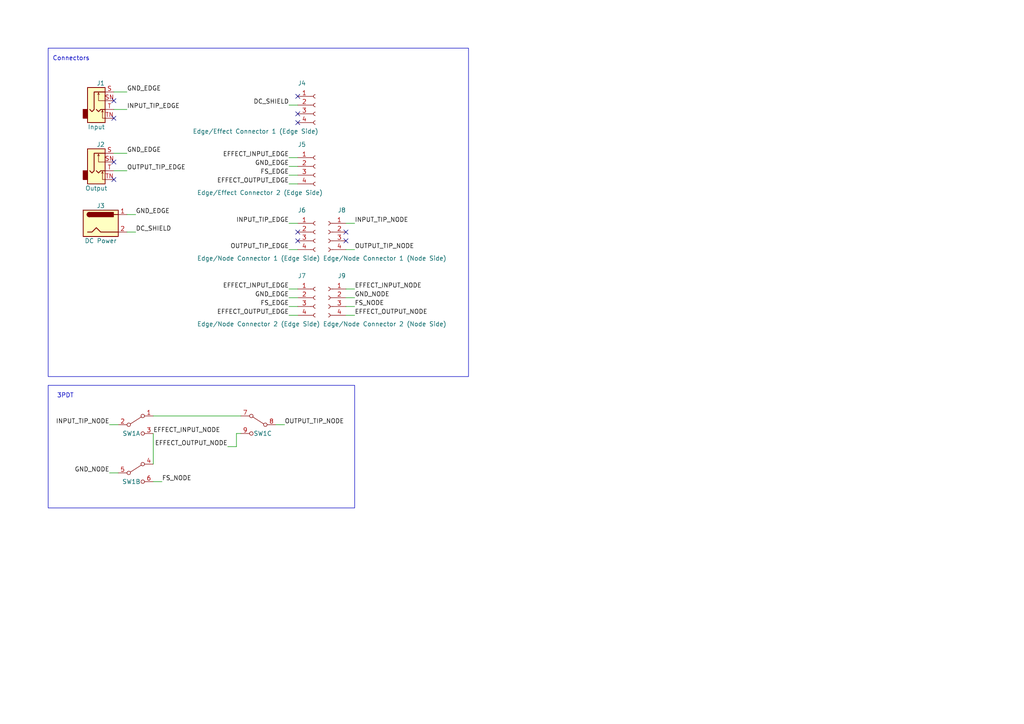
<source format=kicad_sch>
(kicad_sch (version 20230121) (generator eeschema)
  (paper "A4")
  (title_block (title "Attack Graph interface board") (date "2023-03-01") (rev "v0.01") (comment 1 " github.com/whbeers/attack_graph"))
  (lib_symbols
    (symbol "Connector:Barrel_Jack" (pin_names (offset 1.016))
      (property "Reference" "J" (at 0 5.334 0))
      (property "Value" "Barrel_Jack" (at 0 -5.08 0))
      (symbol "Barrel_Jack_0_1"
        (rectangle (start -5.08 3.81) (end 5.08 -3.81) (stroke (width 0.254)) (fill (type background)))
        (arc (start -3.302 3.175) (mid -3.9343 2.54) (end -3.302 1.905) (stroke (width 0.254)))
        (arc (start -3.302 3.175) (mid -3.9343 2.54) (end -3.302 1.905) (stroke (width 0.254)) (fill (type outline)))
        (polyline (pts (xy 5.08 2.54) (xy 3.81 2.54)) (stroke (width 0.254)))
        (polyline (pts (xy -3.81 -2.54) (xy -2.54 -2.54) (xy -1.27 -1.27) (xy 0 -2.54) (xy 2.54 -2.54) (xy 5.08 -2.54)) (stroke (width 0.254)))
        (rectangle (start 3.683 3.175) (end -3.302 1.905) (stroke (width 0.254)) (fill (type outline)))
      )
      (symbol "Barrel_Jack_1_1"
        (pin passive line (at 7.62 2.54 180) (length 2.54) (name "~") (number "1"))
        (pin passive line (at 7.62 -2.54 180) (length 2.54) (name "~") (number "2"))
      )
    )
    (symbol "Connector:Conn_01x04_Socket" (pin_names (offset 1.016) hide)
      (property "Reference" "J" (at 0 5.08 0))
      (property "Value" "Conn_01x04_Socket" (at 0 -7.62 0))
      (symbol "Conn_01x04_Socket_1_1"
        (arc (start 0 -4.572) (mid -0.5058 -5.08) (end 0 -5.588) (stroke (width 0.1524)))
        (arc (start 0 -2.032) (mid -0.5058 -2.54) (end 0 -3.048) (stroke (width 0.1524)))
        (polyline (pts (xy -1.27 -5.08) (xy -0.508 -5.08)) (stroke (width 0.1524)))
        (polyline (pts (xy -1.27 -2.54) (xy -0.508 -2.54)) (stroke (width 0.1524)))
        (polyline (pts (xy -1.27 0) (xy -0.508 0)) (stroke (width 0.1524)))
        (polyline (pts (xy -1.27 2.54) (xy -0.508 2.54)) (stroke (width 0.1524)))
        (arc (start 0 0.508) (mid -0.5058 0) (end 0 -0.508) (stroke (width 0.1524)))
        (arc (start 0 3.048) (mid -0.5058 2.54) (end 0 2.032) (stroke (width 0.1524)))
        (pin passive line (at -5.08 2.54 0) (length 3.81) (name "Pin_1") (number "1"))
        (pin passive line (at -5.08 0 0) (length 3.81) (name "Pin_2") (number "2"))
        (pin passive line (at -5.08 -2.54 0) (length 3.81) (name "Pin_3") (number "3"))
        (pin passive line (at -5.08 -5.08 0) (length 3.81) (name "Pin_4") (number "4"))
      )
    )
    (symbol "Connector_Audio:AudioJack2_Switch"
      (property "Reference" "J" (at 0 11.43 0))
      (property "Value" "AudioJack2_Switch" (at 0 8.89 0))
      (symbol "AudioJack2_Switch_0_1"
        (rectangle (start -2.54 0) (end -3.81 -2.54) (stroke (width 0.254)) (fill (type outline)))
        (rectangle (start 2.54 6.35) (end -2.54 -3.81) (stroke (width 0.254)) (fill (type background)))
      )
      (symbol "AudioJack2_Switch_1_1"
        (polyline (pts (xy 0.635 4.826) (xy 0.889 4.318)))
        (polyline (pts (xy 1.778 -0.254) (xy 2.032 -0.762)))
        (polyline (pts (xy 0 0) (xy 0.635 -0.635) (xy 1.27 0) (xy 2.54 0)) (stroke (width 0.254)))
        (polyline (pts (xy 2.54 -2.54) (xy 1.778 -2.54) (xy 1.778 -0.254) (xy 1.524 -0.762)))
        (polyline (pts (xy 2.54 2.54) (xy 0.635 2.54) (xy 0.635 4.826) (xy 0.381 4.318)))
        (polyline (pts (xy 2.54 5.08) (xy -0.635 5.08) (xy -0.635 0) (xy -1.27 -0.635) (xy -1.905 0)) (stroke (width 0.254)))
        (pin passive line (at 5.08 5.08 180) (length 2.54) (name "~") (number "S"))
        (pin passive line (at 5.08 2.54 180) (length 2.54) (name "~") (number "SN"))
        (pin passive line (at 5.08 0 180) (length 2.54) (name "~") (number "T"))
        (pin passive line (at 5.08 -2.54 180) (length 2.54) (name "~") (number "TN"))
      )
    )
    (symbol "SW_STOMP_3PDT_1" (pin_names hide)
      (property "Reference" "SW" (at 1.27 2.54 0))
      (property "Value" "SW_STOMP_3PDT" (at 2.54 -5.08 0))
      (symbol "SW_STOMP_3PDT_1_0_0"
        (circle (center 3.048 0) (radius 0.508))
        (circle (center 7.112 -2.54) (radius 0.508))
      )
      (symbol "SW_STOMP_3PDT_1_0_1"
        (polyline (pts (xy 3.556 0.254) (xy 6.731 2.286)))
        (circle (center 7.112 2.54) (radius 0.508))
      )
      (symbol "SW_STOMP_3PDT_1_1_1"
        (pin passive line (at 10.16 2.54 180) (length 2.54) (name "A1") (number "1"))
        (pin passive line (at 0 0 0) (length 2.54) (name "A2") (number "2"))
        (pin passive line (at 10.16 -2.54 180) (length 2.54) (name "A3") (number "3"))
      )
      (symbol "SW_STOMP_3PDT_1_2_1"
        (pin passive line (at 10.16 2.54 180) (length 2.54) (name "B1") (number "4"))
        (pin passive line (at 0 0 0) (length 2.54) (name "B2") (number "5"))
        (pin passive line (at 10.16 -2.54 180) (length 2.54) (name "B3") (number "6"))
      )
      (symbol "SW_STOMP_3PDT_1_3_1"
        (pin passive line (at 10.16 2.54 180) (length 2.54) (name "C1") (number "7"))
        (pin passive line (at 0 0 0) (length 2.54) (name "C2") (number "8"))
        (pin passive line (at 10.16 -2.54 180) (length 2.54) (name "C3") (number "9"))
      )
    )
    (symbol "SW_STOMP_3PDT_2" (pin_names hide)
      (property "Reference" "SW" (at 1.27 2.54 0))
      (property "Value" "SW_STOMP_3PDT" (at 2.54 -5.08 0))
      (symbol "SW_STOMP_3PDT_2_0_0"
        (circle (center 3.048 0) (radius 0.508))
        (circle (center 7.112 -2.54) (radius 0.508))
      )
      (symbol "SW_STOMP_3PDT_2_0_1"
        (polyline (pts (xy 3.556 0.254) (xy 6.731 2.286)))
        (circle (center 7.112 2.54) (radius 0.508))
      )
      (symbol "SW_STOMP_3PDT_2_1_1"
        (pin passive line (at 10.16 2.54 180) (length 2.54) (name "A1") (number "1"))
        (pin passive line (at 0 0 0) (length 2.54) (name "A2") (number "2"))
        (pin passive line (at 10.16 -2.54 180) (length 2.54) (name "A3") (number "3"))
      )
      (symbol "SW_STOMP_3PDT_2_2_1"
        (pin passive line (at 10.16 2.54 180) (length 2.54) (name "B1") (number "4"))
        (pin passive line (at 0 0 0) (length 2.54) (name "B2") (number "5"))
        (pin passive line (at 10.16 -2.54 180) (length 2.54) (name "B3") (number "6"))
      )
      (symbol "SW_STOMP_3PDT_2_3_1"
        (pin passive line (at 10.16 2.54 180) (length 2.54) (name "C1") (number "7"))
        (pin passive line (at 0 0 0) (length 2.54) (name "C2") (number "8"))
        (pin passive line (at 10.16 -2.54 180) (length 2.54) (name "C3") (number "9"))
      )
    )
    (symbol "attack_graph:SW_STOMP_3PDT" (pin_names hide)
      (property "Reference" "SW" (at 1.27 2.54 0))
      (property "Value" "SW_STOMP_3PDT" (at 2.54 -5.08 0))
      (symbol "SW_STOMP_3PDT_0_0"
        (circle (center 3.048 0) (radius 0.508))
        (circle (center 7.112 -2.54) (radius 0.508))
      )
      (symbol "SW_STOMP_3PDT_0_1"
        (polyline (pts (xy 3.556 0.254) (xy 6.731 2.286)))
        (circle (center 7.112 2.54) (radius 0.508))
      )
      (symbol "SW_STOMP_3PDT_1_1"
        (pin passive line (at 10.16 2.54 180) (length 2.54) (name "A1") (number "1"))
        (pin passive line (at 0 0 0) (length 2.54) (name "A2") (number "2"))
        (pin passive line (at 10.16 -2.54 180) (length 2.54) (name "A3") (number "3"))
      )
      (symbol "SW_STOMP_3PDT_2_1"
        (pin passive line (at 10.16 2.54 180) (length 2.54) (name "B1") (number "4"))
        (pin passive line (at 0 0 0) (length 2.54) (name "B2") (number "5"))
        (pin passive line (at 10.16 -2.54 180) (length 2.54) (name "B3") (number "6"))
      )
      (symbol "SW_STOMP_3PDT_3_1"
        (pin passive line (at 10.16 2.54 180) (length 2.54) (name "C1") (number "7"))
        (pin passive line (at 0 0 0) (length 2.54) (name "C2") (number "8"))
        (pin passive line (at 10.16 -2.54 180) (length 2.54) (name "C3") (number "9"))
      )
    )
  )
  (no_connect (at 86.36 69.85))
  (no_connect (at 86.36 35.56))
  (no_connect (at 100.33 67.31))
  (no_connect (at 33.02 52.07))
  (no_connect (at 33.02 29.21))
  (no_connect (at 33.02 46.99))
  (no_connect (at 33.02 34.29))
  (no_connect (at 86.36 67.31))
  (no_connect (at 86.36 27.94))
  (no_connect (at 86.36 33.02))
  (no_connect (at 100.33 69.85))
  (wire (pts (xy 102.87 72.39) (xy 100.33 72.39)))
  (wire (pts (xy 83.82 50.8) (xy 86.36 50.8)))
  (wire (pts (xy 80.01 123.19) (xy 82.55 123.19)))
  (wire (pts (xy 68.58 129.54) (xy 68.58 125.73)))
  (wire (pts (xy 33.02 26.67) (xy 36.83 26.67)))
  (wire (pts (xy 44.45 120.65) (xy 69.85 120.65)))
  (wire (pts (xy 83.82 30.48) (xy 86.36 30.48)))
  (wire (pts (xy 33.02 31.75) (xy 36.83 31.75)))
  (wire (pts (xy 83.82 86.36) (xy 86.36 86.36)))
  (wire (pts (xy 44.45 139.7) (xy 46.99 139.7)))
  (wire (pts (xy 102.87 91.44) (xy 100.33 91.44)))
  (wire (pts (xy 33.02 44.45) (xy 36.83 44.45)))
  (wire (pts (xy 83.82 45.72) (xy 86.36 45.72)))
  (wire (pts (xy 33.02 49.53) (xy 36.83 49.53)))
  (wire (pts (xy 68.58 125.73) (xy 69.85 125.73)))
  (wire (pts (xy 83.82 72.39) (xy 86.36 72.39)))
  (wire (pts (xy 102.87 83.82) (xy 100.33 83.82)))
  (wire (pts (xy 102.87 86.36) (xy 100.33 86.36)))
  (wire (pts (xy 102.87 64.77) (xy 100.33 64.77)))
  (wire (pts (xy 31.75 137.16) (xy 34.29 137.16)))
  (wire (pts (xy 102.87 88.9) (xy 100.33 88.9)))
  (wire (pts (xy 36.83 62.23) (xy 39.37 62.23)))
  (wire (pts (xy 83.82 91.44) (xy 86.36 91.44)))
  (wire (pts (xy 83.82 64.77) (xy 86.36 64.77)))
  (wire (pts (xy 66.04 129.54) (xy 68.58 129.54)))
  (wire (pts (xy 83.82 48.26) (xy 86.36 48.26)))
  (wire (pts (xy 36.83 67.31) (xy 39.37 67.31)))
  (wire (pts (xy 83.82 88.9) (xy 86.36 88.9)))
  (wire (pts (xy 83.82 53.34) (xy 86.36 53.34)))
  (wire (pts (xy 44.45 125.73) (xy 44.45 134.62)))
  (wire (pts (xy 31.75 123.19) (xy 34.29 123.19)))
  (wire (pts (xy 83.82 83.82) (xy 86.36 83.82)))
  (rectangle (start 13.97 13.97) (end 135.89 109.22))
  (rectangle (start 13.97 111.76) (end 102.87 147.32))
  (text "Connectors" (at 15.24 17.78 0) (effects (font (size 1.27 1.27)) (justify left bottom)))
  (text "3PDT" (at 16.51 115.57 0) (effects (font (size 1.27 1.27)) (justify left bottom)))
  (label "GND_NODE" (at 31.75 137.16 180))
  (label "INPUT_TIP_NODE" (at 102.87 64.77 0) (property "Label" "In_Left" (effects hide)))
  (label "DC_SHIELD" (at 83.82 30.48 180))
  (label "GND_EDGE" (at 36.83 26.67 0))
  (label "FS_NODE" (at 102.87 88.9 0))
  (label "EFFECT_INPUT_NODE" (at 102.87 83.82 0) (property "Label" "In_Left" (effects hide)))
  (label "EFFECT_OUTPUT_EDGE" (at 83.82 53.34 180) (property "Label" "Out_Left" (effects hide)))
  (label "GND_NODE" (at 102.87 86.36 0))
  (label "DC_SHIELD" (at 39.37 67.31 0))
  (label "OUTPUT_TIP_EDGE" (at 36.83 49.53 0))
  (label "FS_NODE" (at 46.99 139.7 0))
  (label "EFFECT_OUTPUT_NODE" (at 102.87 91.44 0) (property "Label" "Out_Left" (effects hide)))
  (label "GND_EDGE" (at 83.82 48.26 180))
  (label "INPUT_TIP_NODE" (at 31.75 123.19 180))
  (label "FS_EDGE" (at 83.82 88.9 180))
  (label "EFFECT_INPUT_EDGE" (at 83.82 45.72 180) (property "Label" "In_Left" (effects hide)))
  (label "EFFECT_OUTPUT_NODE" (at 66.04 129.54 180))
  (label "INPUT_TIP_EDGE" (at 83.82 64.77 180) (property "Label" "In_Left" (effects hide)))
  (label "OUTPUT_TIP_NODE" (at 82.55 123.19 0))
  (label "INPUT_TIP_EDGE" (at 36.83 31.75 0))
  (label "EFFECT_OUTPUT_EDGE" (at 83.82 91.44 180) (property "Label" "Out_Left" (effects hide)))
  (label "GND_EDGE" (at 36.83 44.45 0))
  (label "GND_EDGE" (at 39.37 62.23 0))
  (label "GND_EDGE" (at 83.82 86.36 180))
  (label "FS_EDGE" (at 83.82 50.8 180))
  (label "EFFECT_INPUT_EDGE" (at 83.82 83.82 180) (property "Label" "In_Left" (effects hide)))
  (label "OUTPUT_TIP_NODE" (at 102.87 72.39 0))
  (label "EFFECT_INPUT_NODE" (at 44.45 125.73 0))
  (label "OUTPUT_TIP_EDGE" (at 83.82 72.39 180))
  (symbol (lib_name "SW_STOMP_3PDT_2") (lib_id "attack_graph:SW_STOMP_3PDT") (at 34.29 137.16 0) (unit 2)
    (property "Reference" "SW1" (at 38.1 139.7 0))
    (property "Value" "Footswitch" (effects hide))
    (property "Footprint" "attack_graph:SW_3PDT_SOLDER_LUGS" (effects hide))
  )
  (symbol (lib_id "Connector_Audio:AudioJack2_Switch") (at 27.94 49.53 0) (unit 1)
    (property "Reference" "J2" (at 29.21 41.91 0))
    (property "Value" "Output" (at 27.94 54.61 0))
    (property "Footprint" "Connector_Audio:Jack_6.35mm_Neutrik_NMJ4HCD2_Horizontal" (effects hide))
  )
  (symbol (lib_id "Connector:Barrel_Jack") (at 29.21 64.77 0) (unit 1)
    (property "Reference" "J3" (at 29.21 59.69 0))
    (property "Value" "DC Power" (at 29.21 69.85 0))
    (property "Footprint" "Connector_BarrelJack:BarrelJack_GCT_DCJ200-10-A_Horizontal" (effects hide))
  )
  (symbol (lib_id "Connector:Conn_01x04_Socket") (at 91.44 67.31 0) (unit 1)
    (property "Reference" "J6" (at 86.36 60.96 0) (effects (justify left)))
    (property "Value" "Edge/Node Connector 1 (Edge Side)" (at 57.15 74.93 0) (effects (justify left)))
    (property "Footprint" "Connector_Molex:Molex_PicoBlade_53047-0410_1x04_P1.25mm_Vertical" (effects hide))
  )
  (symbol (lib_id "Connector:Conn_01x04_Socket") (at 91.44 86.36 0) (unit 1)
    (property "Reference" "J7" (at 86.36 80.01 0) (effects (justify left)))
    (property "Value" "Edge/Node Connector 2 (Edge Side)" (at 57.15 93.98 0) (effects (justify left)))
    (property "Footprint" "Connector_Molex:Molex_PicoBlade_53047-0410_1x04_P1.25mm_Vertical" (effects hide))
  )
  (symbol (lib_name "SW_STOMP_3PDT_1") (lib_id "attack_graph:SW_STOMP_3PDT") (at 34.29 123.19 0) (unit 1)
    (property "Reference" "SW1" (at 38.1 125.73 0))
    (property "Value" "Footswitch" (effects hide))
    (property "Footprint" "attack_graph:SW_3PDT_SOLDER_LUGS" (effects hide))
  )
  (symbol (lib_id "attack_graph:SW_STOMP_3PDT") (at 80.01 123.19 0) (mirror y) (unit 3)
    (property "Reference" "SW1" (at 76.2 125.73 0))
    (property "Value" "Footswitch" (effects hide))
    (property "Footprint" "attack_graph:SW_3PDT_SOLDER_LUGS" (effects hide))
  )
  (symbol (lib_id "Connector:Conn_01x04_Socket") (at 91.44 48.26 0) (unit 1)
    (property "Reference" "J5" (at 86.36 41.91 0) (effects (justify left)))
    (property "Value" "Edge/Effect Connector 2 (Edge Side)" (at 57.15 55.88 0) (effects (justify left)))
    (property "Footprint" "Connector_Molex:Molex_PicoBlade_53047-0410_1x04_P1.25mm_Vertical" (effects hide))
  )
  (symbol (lib_id "Connector:Conn_01x04_Socket") (at 95.25 86.36 0) (mirror y) (unit 1)
    (property "Reference" "J9" (at 100.33 80.01 0) (effects (justify left)))
    (property "Value" "Edge/Node Connector 2 (Node Side)" (at 129.54 93.98 0) (effects (justify left)))
    (property "Footprint" "Connector_Molex:Molex_PicoBlade_53047-0410_1x04_P1.25mm_Vertical" (effects hide))
  )
  (symbol (lib_id "Connector:Conn_01x04_Socket") (at 95.25 67.31 0) (mirror y) (unit 1)
    (property "Reference" "J8" (at 100.33 60.96 0) (effects (justify left)))
    (property "Value" "Edge/Node Connector 1 (Node Side)" (at 129.54 74.93 0) (effects (justify left)))
    (property "Footprint" "Connector_Molex:Molex_PicoBlade_53047-0410_1x04_P1.25mm_Vertical" (effects hide))
  )
  (symbol (lib_id "Connector_Audio:AudioJack2_Switch") (at 27.94 31.75 0) (unit 1)
    (property "Reference" "J1" (at 29.21 24.13 0))
    (property "Value" "Input" (at 27.94 36.83 0))
    (property "Footprint" "Connector_Audio:Jack_6.35mm_Neutrik_NMJ4HCD2_Horizontal" (effects hide))
  )
  (symbol (lib_id "Connector:Conn_01x04_Socket") (at 91.44 30.48 0) (unit 1)
    (property "Reference" "J4" (at 86.36 24.13 0) (effects (justify left)))
    (property "Value" "Edge/Effect Connector 1 (Edge Side)" (at 55.88 38.1 0) (effects (justify left)))
    (property "Footprint" "Connector_Molex:Molex_PicoBlade_53047-0410_1x04_P1.25mm_Vertical" (effects hide))
  )
)
</source>
